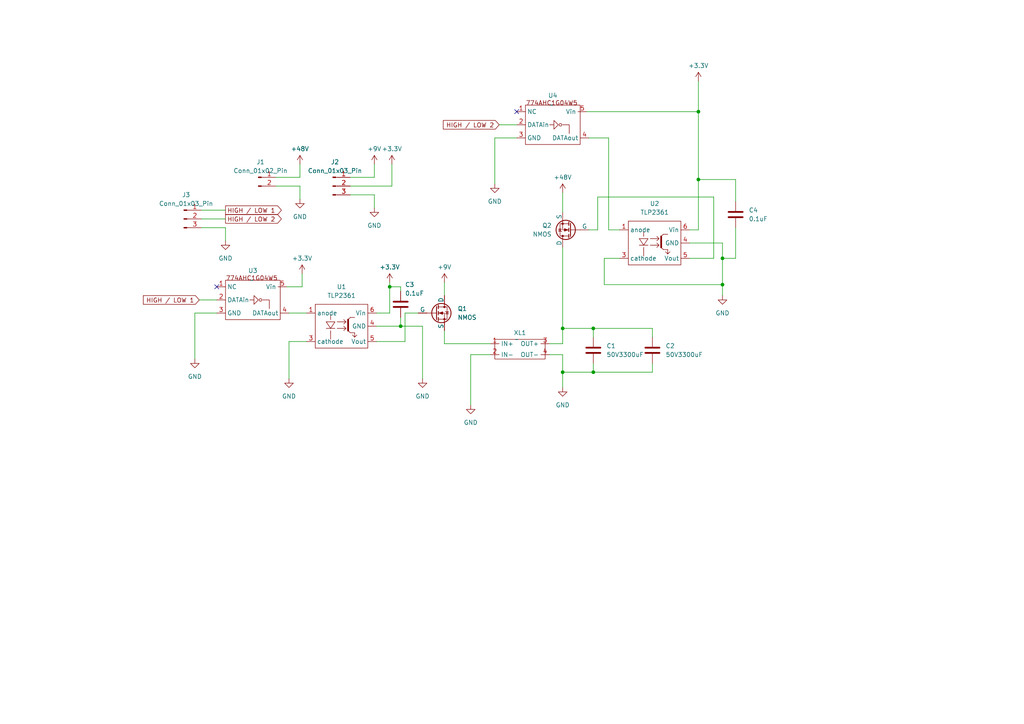
<source format=kicad_sch>
(kicad_sch (version 20230121) (generator eeschema)

  (uuid 6463934e-56e8-4f7d-bb5b-50171c16fde0)

  (paper "A4")

  (lib_symbols
    (symbol "74AHC1G04W5_1" (in_bom yes) (on_board yes)
      (property "Reference" "U" (at 0 1.905 0)
        (effects (font (size 1.27 1.27)))
      )
      (property "Value" "" (at 0 0 0)
        (effects (font (size 1.27 1.27)))
      )
      (property "Footprint" "" (at 0 0 0)
        (effects (font (size 1.27 1.27)) hide)
      )
      (property "Datasheet" "" (at 0 0 0)
        (effects (font (size 1.27 1.27)) hide)
      )
      (symbol "74AHC1G04W5_1_0_1"
        (rectangle (start -7.62 0) (end 8.255 -11.43)
          (stroke (width 0) (type default))
          (fill (type none))
        )
        (polyline
          (pts
            (xy 3.175 -5.715)
            (xy 5.08 -5.715)
            (xy 5.08 -8.255)
          )
          (stroke (width 0) (type default))
          (fill (type none))
        )
        (polyline
          (pts
            (xy -0.635 -5.715)
            (xy 0.635 -5.715)
            (xy 0.635 -4.445)
            (xy 1.905 -5.715)
            (xy 0.635 -6.985)
            (xy 0.635 -5.715)
          )
          (stroke (width 0) (type default))
          (fill (type none))
        )
        (circle (center 2.54 -5.715) (radius 0.381)
          (stroke (width 0) (type default))
          (fill (type none))
        )
      )
      (symbol "74AHC1G04W5_1_1_1"
        (text "774AHC1G04W5" (at 0 0.635 0)
          (effects (font (size 1.27 1.27)))
        )
        (pin passive line (at -10.16 -1.905 0) (length 2.54)
          (name "NC" (effects (font (size 1.27 1.27))))
          (number "1" (effects (font (size 1.27 1.27))))
        )
        (pin passive line (at -10.16 -5.715 0) (length 2.54)
          (name "DATAin" (effects (font (size 1.27 1.27))))
          (number "2" (effects (font (size 1.27 1.27))))
        )
        (pin passive line (at -10.16 -9.525 0) (length 2.54)
          (name "GND" (effects (font (size 1.27 1.27))))
          (number "3" (effects (font (size 1.27 1.27))))
        )
        (pin passive line (at 10.795 -9.525 180) (length 2.54)
          (name "DATAout" (effects (font (size 1.27 1.27))))
          (number "4" (effects (font (size 1.27 1.27))))
        )
        (pin passive line (at 10.16 -1.905 180) (length 2.54)
          (name "Vin" (effects (font (size 1.27 1.27))))
          (number "5" (effects (font (size 1.27 1.27))))
        )
      )
    )
    (symbol "Connector:Conn_01x02_Pin" (pin_names (offset 1.016) hide) (in_bom yes) (on_board yes)
      (property "Reference" "J" (at 0 2.54 0)
        (effects (font (size 1.27 1.27)))
      )
      (property "Value" "Conn_01x02_Pin" (at 0 -5.08 0)
        (effects (font (size 1.27 1.27)))
      )
      (property "Footprint" "" (at 0 0 0)
        (effects (font (size 1.27 1.27)) hide)
      )
      (property "Datasheet" "~" (at 0 0 0)
        (effects (font (size 1.27 1.27)) hide)
      )
      (property "ki_locked" "" (at 0 0 0)
        (effects (font (size 1.27 1.27)))
      )
      (property "ki_keywords" "connector" (at 0 0 0)
        (effects (font (size 1.27 1.27)) hide)
      )
      (property "ki_description" "Generic connector, single row, 01x02, script generated" (at 0 0 0)
        (effects (font (size 1.27 1.27)) hide)
      )
      (property "ki_fp_filters" "Connector*:*_1x??_*" (at 0 0 0)
        (effects (font (size 1.27 1.27)) hide)
      )
      (symbol "Conn_01x02_Pin_1_1"
        (polyline
          (pts
            (xy 1.27 -2.54)
            (xy 0.8636 -2.54)
          )
          (stroke (width 0.1524) (type default))
          (fill (type none))
        )
        (polyline
          (pts
            (xy 1.27 0)
            (xy 0.8636 0)
          )
          (stroke (width 0.1524) (type default))
          (fill (type none))
        )
        (rectangle (start 0.8636 -2.413) (end 0 -2.667)
          (stroke (width 0.1524) (type default))
          (fill (type outline))
        )
        (rectangle (start 0.8636 0.127) (end 0 -0.127)
          (stroke (width 0.1524) (type default))
          (fill (type outline))
        )
        (pin passive line (at 5.08 0 180) (length 3.81)
          (name "Pin_1" (effects (font (size 1.27 1.27))))
          (number "1" (effects (font (size 1.27 1.27))))
        )
        (pin passive line (at 5.08 -2.54 180) (length 3.81)
          (name "Pin_2" (effects (font (size 1.27 1.27))))
          (number "2" (effects (font (size 1.27 1.27))))
        )
      )
    )
    (symbol "Connector:Conn_01x03_Pin" (pin_names (offset 1.016) hide) (in_bom yes) (on_board yes)
      (property "Reference" "J" (at 0 5.08 0)
        (effects (font (size 1.27 1.27)))
      )
      (property "Value" "Conn_01x03_Pin" (at 0 -5.08 0)
        (effects (font (size 1.27 1.27)))
      )
      (property "Footprint" "" (at 0 0 0)
        (effects (font (size 1.27 1.27)) hide)
      )
      (property "Datasheet" "~" (at 0 0 0)
        (effects (font (size 1.27 1.27)) hide)
      )
      (property "ki_locked" "" (at 0 0 0)
        (effects (font (size 1.27 1.27)))
      )
      (property "ki_keywords" "connector" (at 0 0 0)
        (effects (font (size 1.27 1.27)) hide)
      )
      (property "ki_description" "Generic connector, single row, 01x03, script generated" (at 0 0 0)
        (effects (font (size 1.27 1.27)) hide)
      )
      (property "ki_fp_filters" "Connector*:*_1x??_*" (at 0 0 0)
        (effects (font (size 1.27 1.27)) hide)
      )
      (symbol "Conn_01x03_Pin_1_1"
        (polyline
          (pts
            (xy 1.27 -2.54)
            (xy 0.8636 -2.54)
          )
          (stroke (width 0.1524) (type default))
          (fill (type none))
        )
        (polyline
          (pts
            (xy 1.27 0)
            (xy 0.8636 0)
          )
          (stroke (width 0.1524) (type default))
          (fill (type none))
        )
        (polyline
          (pts
            (xy 1.27 2.54)
            (xy 0.8636 2.54)
          )
          (stroke (width 0.1524) (type default))
          (fill (type none))
        )
        (rectangle (start 0.8636 -2.413) (end 0 -2.667)
          (stroke (width 0.1524) (type default))
          (fill (type outline))
        )
        (rectangle (start 0.8636 0.127) (end 0 -0.127)
          (stroke (width 0.1524) (type default))
          (fill (type outline))
        )
        (rectangle (start 0.8636 2.667) (end 0 2.413)
          (stroke (width 0.1524) (type default))
          (fill (type outline))
        )
        (pin passive line (at 5.08 2.54 180) (length 3.81)
          (name "Pin_1" (effects (font (size 1.27 1.27))))
          (number "1" (effects (font (size 1.27 1.27))))
        )
        (pin passive line (at 5.08 0 180) (length 3.81)
          (name "Pin_2" (effects (font (size 1.27 1.27))))
          (number "2" (effects (font (size 1.27 1.27))))
        )
        (pin passive line (at 5.08 -2.54 180) (length 3.81)
          (name "Pin_3" (effects (font (size 1.27 1.27))))
          (number "3" (effects (font (size 1.27 1.27))))
        )
      )
    )
    (symbol "Device:C" (pin_numbers hide) (pin_names (offset 0.254)) (in_bom yes) (on_board yes)
      (property "Reference" "C" (at 0.635 2.54 0)
        (effects (font (size 1.27 1.27)) (justify left))
      )
      (property "Value" "C" (at 0.635 -2.54 0)
        (effects (font (size 1.27 1.27)) (justify left))
      )
      (property "Footprint" "" (at 0.9652 -3.81 0)
        (effects (font (size 1.27 1.27)) hide)
      )
      (property "Datasheet" "~" (at 0 0 0)
        (effects (font (size 1.27 1.27)) hide)
      )
      (property "ki_keywords" "cap capacitor" (at 0 0 0)
        (effects (font (size 1.27 1.27)) hide)
      )
      (property "ki_description" "Unpolarized capacitor" (at 0 0 0)
        (effects (font (size 1.27 1.27)) hide)
      )
      (property "ki_fp_filters" "C_*" (at 0 0 0)
        (effects (font (size 1.27 1.27)) hide)
      )
      (symbol "C_0_1"
        (polyline
          (pts
            (xy -2.032 -0.762)
            (xy 2.032 -0.762)
          )
          (stroke (width 0.508) (type default))
          (fill (type none))
        )
        (polyline
          (pts
            (xy -2.032 0.762)
            (xy 2.032 0.762)
          )
          (stroke (width 0.508) (type default))
          (fill (type none))
        )
      )
      (symbol "C_1_1"
        (pin passive line (at 0 3.81 270) (length 2.794)
          (name "~" (effects (font (size 1.27 1.27))))
          (number "1" (effects (font (size 1.27 1.27))))
        )
        (pin passive line (at 0 -3.81 90) (length 2.794)
          (name "~" (effects (font (size 1.27 1.27))))
          (number "2" (effects (font (size 1.27 1.27))))
        )
      )
    )
    (symbol "Simulation_SPICE:NMOS" (pin_numbers hide) (pin_names (offset 0)) (in_bom yes) (on_board yes)
      (property "Reference" "Q" (at 5.08 1.27 0)
        (effects (font (size 1.27 1.27)) (justify left))
      )
      (property "Value" "NMOS" (at 5.08 -1.27 0)
        (effects (font (size 1.27 1.27)) (justify left))
      )
      (property "Footprint" "" (at 5.08 2.54 0)
        (effects (font (size 1.27 1.27)) hide)
      )
      (property "Datasheet" "https://ngspice.sourceforge.io/docs/ngspice-manual.pdf" (at 0 -12.7 0)
        (effects (font (size 1.27 1.27)) hide)
      )
      (property "Sim.Device" "NMOS" (at 0 -17.145 0)
        (effects (font (size 1.27 1.27)) hide)
      )
      (property "Sim.Type" "VDMOS" (at 0 -19.05 0)
        (effects (font (size 1.27 1.27)) hide)
      )
      (property "Sim.Pins" "1=D 2=G 3=S" (at 0 -15.24 0)
        (effects (font (size 1.27 1.27)) hide)
      )
      (property "ki_keywords" "transistor NMOS N-MOS N-MOSFET simulation" (at 0 0 0)
        (effects (font (size 1.27 1.27)) hide)
      )
      (property "ki_description" "N-MOSFET transistor, drain/source/gate" (at 0 0 0)
        (effects (font (size 1.27 1.27)) hide)
      )
      (symbol "NMOS_0_1"
        (polyline
          (pts
            (xy 0.254 0)
            (xy -2.54 0)
          )
          (stroke (width 0) (type default))
          (fill (type none))
        )
        (polyline
          (pts
            (xy 0.254 1.905)
            (xy 0.254 -1.905)
          )
          (stroke (width 0.254) (type default))
          (fill (type none))
        )
        (polyline
          (pts
            (xy 0.762 -1.27)
            (xy 0.762 -2.286)
          )
          (stroke (width 0.254) (type default))
          (fill (type none))
        )
        (polyline
          (pts
            (xy 0.762 0.508)
            (xy 0.762 -0.508)
          )
          (stroke (width 0.254) (type default))
          (fill (type none))
        )
        (polyline
          (pts
            (xy 0.762 2.286)
            (xy 0.762 1.27)
          )
          (stroke (width 0.254) (type default))
          (fill (type none))
        )
        (polyline
          (pts
            (xy 2.54 2.54)
            (xy 2.54 1.778)
          )
          (stroke (width 0) (type default))
          (fill (type none))
        )
        (polyline
          (pts
            (xy 2.54 -2.54)
            (xy 2.54 0)
            (xy 0.762 0)
          )
          (stroke (width 0) (type default))
          (fill (type none))
        )
        (polyline
          (pts
            (xy 0.762 -1.778)
            (xy 3.302 -1.778)
            (xy 3.302 1.778)
            (xy 0.762 1.778)
          )
          (stroke (width 0) (type default))
          (fill (type none))
        )
        (polyline
          (pts
            (xy 1.016 0)
            (xy 2.032 0.381)
            (xy 2.032 -0.381)
            (xy 1.016 0)
          )
          (stroke (width 0) (type default))
          (fill (type outline))
        )
        (polyline
          (pts
            (xy 2.794 0.508)
            (xy 2.921 0.381)
            (xy 3.683 0.381)
            (xy 3.81 0.254)
          )
          (stroke (width 0) (type default))
          (fill (type none))
        )
        (polyline
          (pts
            (xy 3.302 0.381)
            (xy 2.921 -0.254)
            (xy 3.683 -0.254)
            (xy 3.302 0.381)
          )
          (stroke (width 0) (type default))
          (fill (type none))
        )
        (circle (center 1.651 0) (radius 2.794)
          (stroke (width 0.254) (type default))
          (fill (type none))
        )
        (circle (center 2.54 -1.778) (radius 0.254)
          (stroke (width 0) (type default))
          (fill (type outline))
        )
        (circle (center 2.54 1.778) (radius 0.254)
          (stroke (width 0) (type default))
          (fill (type outline))
        )
      )
      (symbol "NMOS_1_1"
        (pin passive line (at 2.54 5.08 270) (length 2.54)
          (name "D" (effects (font (size 1.27 1.27))))
          (number "1" (effects (font (size 1.27 1.27))))
        )
        (pin input line (at -5.08 0 0) (length 2.54)
          (name "G" (effects (font (size 1.27 1.27))))
          (number "2" (effects (font (size 1.27 1.27))))
        )
        (pin passive line (at 2.54 -5.08 90) (length 2.54)
          (name "S" (effects (font (size 1.27 1.27))))
          (number "3" (effects (font (size 1.27 1.27))))
        )
      )
    )
    (symbol "power:+3.3V" (power) (pin_names (offset 0)) (in_bom yes) (on_board yes)
      (property "Reference" "#PWR" (at 0 -3.81 0)
        (effects (font (size 1.27 1.27)) hide)
      )
      (property "Value" "+3.3V" (at 0 3.556 0)
        (effects (font (size 1.27 1.27)))
      )
      (property "Footprint" "" (at 0 0 0)
        (effects (font (size 1.27 1.27)) hide)
      )
      (property "Datasheet" "" (at 0 0 0)
        (effects (font (size 1.27 1.27)) hide)
      )
      (property "ki_keywords" "global power" (at 0 0 0)
        (effects (font (size 1.27 1.27)) hide)
      )
      (property "ki_description" "Power symbol creates a global label with name \"+3.3V\"" (at 0 0 0)
        (effects (font (size 1.27 1.27)) hide)
      )
      (symbol "+3.3V_0_1"
        (polyline
          (pts
            (xy -0.762 1.27)
            (xy 0 2.54)
          )
          (stroke (width 0) (type default))
          (fill (type none))
        )
        (polyline
          (pts
            (xy 0 0)
            (xy 0 2.54)
          )
          (stroke (width 0) (type default))
          (fill (type none))
        )
        (polyline
          (pts
            (xy 0 2.54)
            (xy 0.762 1.27)
          )
          (stroke (width 0) (type default))
          (fill (type none))
        )
      )
      (symbol "+3.3V_1_1"
        (pin power_in line (at 0 0 90) (length 0) hide
          (name "+3.3V" (effects (font (size 1.27 1.27))))
          (number "1" (effects (font (size 1.27 1.27))))
        )
      )
    )
    (symbol "power:+48V" (power) (pin_names (offset 0)) (in_bom yes) (on_board yes)
      (property "Reference" "#PWR" (at 0 -3.81 0)
        (effects (font (size 1.27 1.27)) hide)
      )
      (property "Value" "+48V" (at 0 3.556 0)
        (effects (font (size 1.27 1.27)))
      )
      (property "Footprint" "" (at 0 0 0)
        (effects (font (size 1.27 1.27)) hide)
      )
      (property "Datasheet" "" (at 0 0 0)
        (effects (font (size 1.27 1.27)) hide)
      )
      (property "ki_keywords" "global power" (at 0 0 0)
        (effects (font (size 1.27 1.27)) hide)
      )
      (property "ki_description" "Power symbol creates a global label with name \"+48V\"" (at 0 0 0)
        (effects (font (size 1.27 1.27)) hide)
      )
      (symbol "+48V_0_1"
        (polyline
          (pts
            (xy -0.762 1.27)
            (xy 0 2.54)
          )
          (stroke (width 0) (type default))
          (fill (type none))
        )
        (polyline
          (pts
            (xy 0 0)
            (xy 0 2.54)
          )
          (stroke (width 0) (type default))
          (fill (type none))
        )
        (polyline
          (pts
            (xy 0 2.54)
            (xy 0.762 1.27)
          )
          (stroke (width 0) (type default))
          (fill (type none))
        )
      )
      (symbol "+48V_1_1"
        (pin power_in line (at 0 0 90) (length 0) hide
          (name "+48V" (effects (font (size 1.27 1.27))))
          (number "1" (effects (font (size 1.27 1.27))))
        )
      )
    )
    (symbol "power:+9V" (power) (pin_names (offset 0)) (in_bom yes) (on_board yes)
      (property "Reference" "#PWR" (at 0 -3.81 0)
        (effects (font (size 1.27 1.27)) hide)
      )
      (property "Value" "+9V" (at 0 3.556 0)
        (effects (font (size 1.27 1.27)))
      )
      (property "Footprint" "" (at 0 0 0)
        (effects (font (size 1.27 1.27)) hide)
      )
      (property "Datasheet" "" (at 0 0 0)
        (effects (font (size 1.27 1.27)) hide)
      )
      (property "ki_keywords" "global power" (at 0 0 0)
        (effects (font (size 1.27 1.27)) hide)
      )
      (property "ki_description" "Power symbol creates a global label with name \"+9V\"" (at 0 0 0)
        (effects (font (size 1.27 1.27)) hide)
      )
      (symbol "+9V_0_1"
        (polyline
          (pts
            (xy -0.762 1.27)
            (xy 0 2.54)
          )
          (stroke (width 0) (type default))
          (fill (type none))
        )
        (polyline
          (pts
            (xy 0 0)
            (xy 0 2.54)
          )
          (stroke (width 0) (type default))
          (fill (type none))
        )
        (polyline
          (pts
            (xy 0 2.54)
            (xy 0.762 1.27)
          )
          (stroke (width 0) (type default))
          (fill (type none))
        )
      )
      (symbol "+9V_1_1"
        (pin power_in line (at 0 0 90) (length 0) hide
          (name "+9V" (effects (font (size 1.27 1.27))))
          (number "1" (effects (font (size 1.27 1.27))))
        )
      )
    )
    (symbol "power:GND" (power) (pin_names (offset 0)) (in_bom yes) (on_board yes)
      (property "Reference" "#PWR" (at 0 -6.35 0)
        (effects (font (size 1.27 1.27)) hide)
      )
      (property "Value" "GND" (at 0 -3.81 0)
        (effects (font (size 1.27 1.27)))
      )
      (property "Footprint" "" (at 0 0 0)
        (effects (font (size 1.27 1.27)) hide)
      )
      (property "Datasheet" "" (at 0 0 0)
        (effects (font (size 1.27 1.27)) hide)
      )
      (property "ki_keywords" "global power" (at 0 0 0)
        (effects (font (size 1.27 1.27)) hide)
      )
      (property "ki_description" "Power symbol creates a global label with name \"GND\" , ground" (at 0 0 0)
        (effects (font (size 1.27 1.27)) hide)
      )
      (symbol "GND_0_1"
        (polyline
          (pts
            (xy 0 0)
            (xy 0 -1.27)
            (xy 1.27 -1.27)
            (xy 0 -2.54)
            (xy -1.27 -1.27)
            (xy 0 -1.27)
          )
          (stroke (width 0) (type default))
          (fill (type none))
        )
      )
      (symbol "GND_1_1"
        (pin power_in line (at 0 0 270) (length 0) hide
          (name "GND" (effects (font (size 1.27 1.27))))
          (number "1" (effects (font (size 1.27 1.27))))
        )
      )
    )
    (symbol "sunpare2023:74AHC1G04W5" (in_bom yes) (on_board yes)
      (property "Reference" "U" (at 0 1.905 0)
        (effects (font (size 1.27 1.27)))
      )
      (property "Value" "" (at 0 0 0)
        (effects (font (size 1.27 1.27)))
      )
      (property "Footprint" "" (at 0 0 0)
        (effects (font (size 1.27 1.27)) hide)
      )
      (property "Datasheet" "" (at 0 0 0)
        (effects (font (size 1.27 1.27)) hide)
      )
      (symbol "74AHC1G04W5_0_1"
        (rectangle (start -7.62 0) (end 8.255 -11.43)
          (stroke (width 0) (type default))
          (fill (type none))
        )
        (polyline
          (pts
            (xy 3.175 -5.715)
            (xy 5.08 -5.715)
            (xy 5.08 -8.255)
          )
          (stroke (width 0) (type default))
          (fill (type none))
        )
        (polyline
          (pts
            (xy -0.635 -5.715)
            (xy 0.635 -5.715)
            (xy 0.635 -4.445)
            (xy 1.905 -5.715)
            (xy 0.635 -6.985)
            (xy 0.635 -5.715)
          )
          (stroke (width 0) (type default))
          (fill (type none))
        )
        (circle (center 2.54 -5.715) (radius 0.381)
          (stroke (width 0) (type default))
          (fill (type none))
        )
      )
      (symbol "74AHC1G04W5_1_1"
        (text "774AHC1G04W5" (at 0 0.635 0)
          (effects (font (size 1.27 1.27)))
        )
        (pin passive line (at -10.16 -1.905 0) (length 2.54)
          (name "NC" (effects (font (size 1.27 1.27))))
          (number "1" (effects (font (size 1.27 1.27))))
        )
        (pin passive line (at -10.16 -5.715 0) (length 2.54)
          (name "DATAin" (effects (font (size 1.27 1.27))))
          (number "2" (effects (font (size 1.27 1.27))))
        )
        (pin passive line (at -10.16 -9.525 0) (length 2.54)
          (name "GND" (effects (font (size 1.27 1.27))))
          (number "3" (effects (font (size 1.27 1.27))))
        )
        (pin passive line (at 10.795 -9.525 180) (length 2.54)
          (name "DATAout" (effects (font (size 1.27 1.27))))
          (number "4" (effects (font (size 1.27 1.27))))
        )
        (pin passive line (at 10.16 -1.905 180) (length 2.54)
          (name "Vin" (effects (font (size 1.27 1.27))))
          (number "5" (effects (font (size 1.27 1.27))))
        )
      )
    )
    (symbol "sunpare2023:TLP2361" (in_bom yes) (on_board yes)
      (property "Reference" "U" (at 0 3.175 0)
        (effects (font (size 1.27 1.27)))
      )
      (property "Value" "TLP2361" (at 0 3.175 0)
        (effects (font (size 1.27 1.27)))
      )
      (property "Footprint" "" (at 0 3.175 0)
        (effects (font (size 1.27 1.27)) hide)
      )
      (property "Datasheet" "" (at 0 3.175 0)
        (effects (font (size 1.27 1.27)) hide)
      )
      (symbol "TLP2361_0_1"
        (polyline
          (pts
            (xy -4.445 -5.715)
            (xy -1.905 -5.715)
          )
          (stroke (width 0) (type default))
          (fill (type none))
        )
        (polyline
          (pts
            (xy -3.175 -8.89)
            (xy -3.175 -6.985)
          )
          (stroke (width 0) (type default))
          (fill (type none))
        )
        (polyline
          (pts
            (xy 1.905 -6.35)
            (xy 2.54 -6.985)
          )
          (stroke (width 0) (type default))
          (fill (type none))
        )
        (polyline
          (pts
            (xy 1.905 -3.175)
            (xy 2.54 -2.54)
          )
          (stroke (width 0) (type default))
          (fill (type none))
        )
        (polyline
          (pts
            (xy 2.54 -6.985)
            (xy 3.81 -6.985)
          )
          (stroke (width 0) (type default))
          (fill (type none))
        )
        (polyline
          (pts
            (xy 3.81 -8.255)
            (xy 3.175 -7.62)
          )
          (stroke (width 0) (type default))
          (fill (type none))
        )
        (polyline
          (pts
            (xy 3.81 -8.255)
            (xy 4.445 -7.62)
          )
          (stroke (width 0) (type default))
          (fill (type none))
        )
        (polyline
          (pts
            (xy 3.81 -6.985)
            (xy 3.81 -8.255)
          )
          (stroke (width 0) (type default))
          (fill (type none))
        )
        (polyline
          (pts
            (xy 3.81 -2.54)
            (xy 2.54 -2.54)
          )
          (stroke (width 0) (type default))
          (fill (type none))
        )
        (polyline
          (pts
            (xy -4.445 -3.81)
            (xy -1.905 -3.81)
            (xy -3.175 -5.715)
            (xy -4.445 -3.81)
          )
          (stroke (width 0) (type default))
          (fill (type none))
        )
      )
      (symbol "TLP2361_1_1"
        (rectangle (start -7.62 1.27) (end 7.62 -11.43)
          (stroke (width 0) (type default))
          (fill (type none))
        )
        (polyline
          (pts
            (xy -3.175 -6.985)
            (xy -3.175 -6.35)
          )
          (stroke (width 0) (type default))
          (fill (type none))
        )
        (polyline
          (pts
            (xy -3.175 -1.905)
            (xy -3.175 -3.175)
          )
          (stroke (width 0) (type default))
          (fill (type none))
        )
        (polyline
          (pts
            (xy 1.27 -5.715)
            (xy 0.635 -5.08)
          )
          (stroke (width 0) (type default))
          (fill (type none))
        )
        (polyline
          (pts
            (xy 1.27 -3.81)
            (xy 0.635 -3.175)
          )
          (stroke (width 0) (type default))
          (fill (type none))
        )
        (polyline
          (pts
            (xy 1.905 -3.175)
            (xy 1.905 -6.35)
          )
          (stroke (width 0.5) (type default))
          (fill (type none))
        )
        (polyline
          (pts
            (xy -1.27 -5.715)
            (xy 1.27 -5.715)
            (xy 0.635 -6.35)
          )
          (stroke (width 0) (type default))
          (fill (type none))
        )
        (polyline
          (pts
            (xy -1.27 -3.81)
            (xy 1.27 -3.81)
            (xy 0.635 -4.445)
          )
          (stroke (width 0) (type default))
          (fill (type none))
        )
        (pin passive line (at -10.16 -1.27 0) (length 2.54)
          (name "anode" (effects (font (size 1.27 1.27))))
          (number "1" (effects (font (size 1.27 1.27))))
        )
        (pin passive line (at -10.16 -9.525 0) (length 2.54)
          (name "cathode" (effects (font (size 1.27 1.27))))
          (number "3" (effects (font (size 1.27 1.27))))
        )
        (pin passive line (at 10.16 -5.08 180) (length 2.54)
          (name "GND" (effects (font (size 1.27 1.27))))
          (number "4" (effects (font (size 1.27 1.27))))
        )
        (pin passive line (at 10.16 -9.525 180) (length 2.54)
          (name "Vout" (effects (font (size 1.27 1.27))))
          (number "5" (effects (font (size 1.27 1.27))))
        )
        (pin passive line (at 10.16 -1.27 180) (length 2.54)
          (name "Vin" (effects (font (size 1.27 1.27))))
          (number "6" (effects (font (size 1.27 1.27))))
        )
      )
    )
    (symbol "sunpare2023:XL6009" (in_bom yes) (on_board yes)
      (property "Reference" "XL6009" (at 0 1.27 0)
        (effects (font (size 1.27 1.27)))
      )
      (property "Value" "" (at -0.635 0 0)
        (effects (font (size 1.27 1.27)))
      )
      (property "Footprint" "" (at -0.635 0 0)
        (effects (font (size 1.27 1.27)) hide)
      )
      (property "Datasheet" "" (at -0.635 0 0)
        (effects (font (size 1.27 1.27)) hide)
      )
      (symbol "XL6009_0_1"
        (rectangle (start -6.985 0) (end 7.62 -5.715)
          (stroke (width 0) (type default))
          (fill (type none))
        )
      )
      (symbol "XL6009_1_1"
        (pin passive line (at -8.255 -1.27 0) (length 2.54)
          (name "IN+" (effects (font (size 1.27 1.27))))
          (number "1" (effects (font (size 1.27 1.27))))
        )
        (pin passive line (at -8.255 -4.445 0) (length 2.54)
          (name "IN-" (effects (font (size 1.27 1.27))))
          (number "2" (effects (font (size 1.27 1.27))))
        )
        (pin passive line (at 8.89 -1.27 180) (length 2.54)
          (name "OUT+" (effects (font (size 1.27 1.27))))
          (number "3" (effects (font (size 1.27 1.27))))
        )
        (pin passive line (at 8.89 -4.445 180) (length 2.54)
          (name "OUT-" (effects (font (size 1.27 1.27))))
          (number "4" (effects (font (size 1.27 1.27))))
        )
      )
    )
  )

  (junction (at 163.195 107.95) (diameter 0) (color 0 0 0 0)
    (uuid 04e11cb9-f9f7-4e93-abd0-a742cb0a866c)
  )
  (junction (at 172.085 107.95) (diameter 0) (color 0 0 0 0)
    (uuid 22cdf30f-045f-466e-96bf-a3a2cfd6a6b9)
  )
  (junction (at 116.205 94.615) (diameter 0) (color 0 0 0 0)
    (uuid 4d561e3e-b060-4028-8327-27a0431769e0)
  )
  (junction (at 172.085 95.25) (diameter 0) (color 0 0 0 0)
    (uuid 560fb305-f3ab-4817-bbf8-7acc7855e2bd)
  )
  (junction (at 209.55 82.55) (diameter 0) (color 0 0 0 0)
    (uuid 778d3872-6670-47c5-9690-0a802f11fb73)
  )
  (junction (at 209.55 74.93) (diameter 0) (color 0 0 0 0)
    (uuid c13c84f3-5a5a-4fa4-8a9c-d3206cef04dc)
  )
  (junction (at 113.03 83.185) (diameter 0) (color 0 0 0 0)
    (uuid c60339e8-0b07-448e-8914-6f5a863b7760)
  )
  (junction (at 202.565 32.385) (diameter 0) (color 0 0 0 0)
    (uuid cc0e5898-41c6-4a84-995c-3ac4078ff3c6)
  )
  (junction (at 202.565 52.07) (diameter 0) (color 0 0 0 0)
    (uuid f7f912cf-e8a5-4b70-ad1c-c8baac287b24)
  )
  (junction (at 163.195 95.25) (diameter 0) (color 0 0 0 0)
    (uuid fe78d187-cd34-4b1c-bf62-bc63430dc94f)
  )

  (no_connect (at 149.86 32.385) (uuid 173f9447-43ef-469b-8438-195f54339ed8))
  (no_connect (at 62.865 83.185) (uuid 21004669-32a8-45ba-ac71-8090e66a0086))

  (wire (pts (xy 136.525 102.87) (xy 136.525 117.475))
    (stroke (width 0) (type default))
    (uuid 02445499-4951-4c3a-ab08-ac5e3c01b035)
  )
  (wire (pts (xy 58.42 66.04) (xy 65.405 66.04))
    (stroke (width 0) (type default))
    (uuid 0e40e3ea-2569-435d-a81f-eea78b1f90be)
  )
  (wire (pts (xy 101.6 56.515) (xy 108.585 56.515))
    (stroke (width 0) (type default))
    (uuid 0e533c0d-2c31-40af-b6af-0e90b44a29f2)
  )
  (wire (pts (xy 202.565 32.385) (xy 202.565 52.07))
    (stroke (width 0) (type default))
    (uuid 14b351d5-86fc-4acb-9a03-8b1dec06ca9d)
  )
  (wire (pts (xy 170.815 40.005) (xy 176.53 40.005))
    (stroke (width 0) (type default))
    (uuid 1626e598-f392-4dfb-81a0-550610485e19)
  )
  (wire (pts (xy 143.51 40.005) (xy 143.51 53.34))
    (stroke (width 0) (type default))
    (uuid 16dc48f5-0b5c-4232-bff5-a710d433840d)
  )
  (wire (pts (xy 56.515 90.805) (xy 56.515 104.14))
    (stroke (width 0) (type default))
    (uuid 183dc4d0-add4-4635-8875-5d306e797259)
  )
  (wire (pts (xy 87.63 79.375) (xy 87.63 83.185))
    (stroke (width 0) (type default))
    (uuid 207282f1-8eab-4a6f-a181-9819669c2873)
  )
  (wire (pts (xy 163.195 71.755) (xy 163.195 95.25))
    (stroke (width 0) (type default))
    (uuid 25a21f72-cd5c-4b16-836b-38f112da1a4d)
  )
  (wire (pts (xy 189.23 97.79) (xy 189.23 95.25))
    (stroke (width 0) (type default))
    (uuid 2aea3fe1-7f96-465e-9ddd-4c576ee5a2e4)
  )
  (wire (pts (xy 163.195 102.87) (xy 163.195 107.95))
    (stroke (width 0) (type default))
    (uuid 2d67c431-1b8e-4ac7-9c78-bf139fbbff29)
  )
  (wire (pts (xy 128.905 95.885) (xy 128.905 99.695))
    (stroke (width 0) (type default))
    (uuid 2db1490b-8d24-4167-96e4-efa5bb7cca11)
  )
  (wire (pts (xy 116.205 83.185) (xy 113.03 83.185))
    (stroke (width 0) (type default))
    (uuid 3397b1c8-6396-4a50-bf4c-59f33f776525)
  )
  (wire (pts (xy 172.085 95.25) (xy 163.195 95.25))
    (stroke (width 0) (type default))
    (uuid 3652ecd2-bc96-491d-8737-c816f4ab2d50)
  )
  (wire (pts (xy 202.565 23.495) (xy 202.565 32.385))
    (stroke (width 0) (type default))
    (uuid 371fda9e-7627-4da4-b810-17da88513bc6)
  )
  (wire (pts (xy 109.22 94.615) (xy 116.205 94.615))
    (stroke (width 0) (type default))
    (uuid 3c0826d1-e89e-4cc6-9131-7ac9a9c6c14f)
  )
  (wire (pts (xy 173.355 57.15) (xy 207.01 57.15))
    (stroke (width 0) (type default))
    (uuid 3ea3e178-2855-4184-80a5-07cf9e9e6d1b)
  )
  (wire (pts (xy 175.26 74.93) (xy 175.26 82.55))
    (stroke (width 0) (type default))
    (uuid 3f38c6de-4763-4895-8752-f9623dcd5462)
  )
  (wire (pts (xy 57.785 86.995) (xy 62.865 86.995))
    (stroke (width 0) (type default))
    (uuid 458fa9f6-ca91-4704-9564-40a0ca368f8f)
  )
  (wire (pts (xy 113.03 81.915) (xy 113.03 83.185))
    (stroke (width 0) (type default))
    (uuid 46b2b0c6-553a-42d1-a02b-d56c93674c36)
  )
  (wire (pts (xy 143.51 40.005) (xy 149.86 40.005))
    (stroke (width 0) (type default))
    (uuid 4f5d46b2-0ed0-4010-a737-11bfbd44f007)
  )
  (wire (pts (xy 149.86 36.195) (xy 144.78 36.195))
    (stroke (width 0) (type default))
    (uuid 521497ad-f405-4ea5-8820-27d7d2c8e68f)
  )
  (wire (pts (xy 128.905 85.725) (xy 128.905 81.915))
    (stroke (width 0) (type default))
    (uuid 54bf0b27-6d04-481a-9c40-78c9f62a7e6e)
  )
  (wire (pts (xy 213.36 58.42) (xy 213.36 52.07))
    (stroke (width 0) (type default))
    (uuid 55bf5ced-0928-4c88-b690-080c63119c65)
  )
  (wire (pts (xy 108.585 60.325) (xy 108.585 56.515))
    (stroke (width 0) (type default))
    (uuid 57f3ef10-a061-408e-a8c7-ec6fb9f76974)
  )
  (wire (pts (xy 80.01 53.975) (xy 86.995 53.975))
    (stroke (width 0) (type default))
    (uuid 59e50c5a-9e60-4dba-874e-1850eefe7824)
  )
  (wire (pts (xy 200.025 70.485) (xy 209.55 70.485))
    (stroke (width 0) (type default))
    (uuid 5af33b5d-7bf0-4e37-a639-db52125a45f3)
  )
  (wire (pts (xy 189.23 107.95) (xy 189.23 105.41))
    (stroke (width 0) (type default))
    (uuid 5b6e3b40-3b30-45da-a50e-57988f5a1c1b)
  )
  (wire (pts (xy 116.205 94.615) (xy 122.555 94.615))
    (stroke (width 0) (type default))
    (uuid 5bfd9e98-efd4-4daa-97c3-cf23dafb4c6d)
  )
  (wire (pts (xy 163.195 107.95) (xy 163.195 112.395))
    (stroke (width 0) (type default))
    (uuid 5c558bdc-72f6-44cc-8d4b-d68c29f27772)
  )
  (wire (pts (xy 213.36 52.07) (xy 202.565 52.07))
    (stroke (width 0) (type default))
    (uuid 62df72b0-6b0f-4cb1-bc08-0f5ef0310869)
  )
  (wire (pts (xy 128.905 99.695) (xy 142.24 99.695))
    (stroke (width 0) (type default))
    (uuid 639698f3-9e19-4cd2-8bf1-93767b5bf5b3)
  )
  (wire (pts (xy 213.36 74.93) (xy 209.55 74.93))
    (stroke (width 0) (type default))
    (uuid 6561f2f2-4e9f-4871-adce-f135c54c9a48)
  )
  (wire (pts (xy 202.565 52.07) (xy 202.565 66.675))
    (stroke (width 0) (type default))
    (uuid 6a7f8c22-7731-421f-9ccd-bd33100f4344)
  )
  (wire (pts (xy 170.18 32.385) (xy 202.565 32.385))
    (stroke (width 0) (type default))
    (uuid 6b8f446b-4e36-43de-873e-0f60a03e6a16)
  )
  (wire (pts (xy 209.55 74.93) (xy 209.55 82.55))
    (stroke (width 0) (type default))
    (uuid 76e6ff45-91f4-4814-a1d3-42770cc883e6)
  )
  (wire (pts (xy 113.665 47.625) (xy 113.665 53.975))
    (stroke (width 0) (type default))
    (uuid 77a124e1-1b26-4dcf-9294-3060f5ec4de1)
  )
  (wire (pts (xy 209.55 82.55) (xy 209.55 85.725))
    (stroke (width 0) (type default))
    (uuid 7b2c2ecf-4d79-44c4-bd1c-28b165d9a6d4)
  )
  (wire (pts (xy 173.355 57.15) (xy 173.355 66.675))
    (stroke (width 0) (type default))
    (uuid 7ea04764-3afd-4bde-874f-c32a1f2e8c9d)
  )
  (wire (pts (xy 207.01 57.15) (xy 207.01 74.93))
    (stroke (width 0) (type default))
    (uuid 84816ad4-1c66-47bc-b569-7ef39907dcc5)
  )
  (wire (pts (xy 121.285 90.805) (xy 117.475 90.805))
    (stroke (width 0) (type default))
    (uuid 8659d0de-138b-4073-8ed0-fd2671676519)
  )
  (wire (pts (xy 142.24 102.87) (xy 136.525 102.87))
    (stroke (width 0) (type default))
    (uuid 86a523c8-2cdb-4af0-9198-01dafd96cefb)
  )
  (wire (pts (xy 159.385 102.87) (xy 163.195 102.87))
    (stroke (width 0) (type default))
    (uuid 86b7f236-be37-4036-803c-ef7f3c7a88c6)
  )
  (wire (pts (xy 58.42 60.96) (xy 65.405 60.96))
    (stroke (width 0) (type default))
    (uuid 8bdc13d9-2cec-44b5-aa73-0a0077ea5890)
  )
  (wire (pts (xy 179.705 74.93) (xy 175.26 74.93))
    (stroke (width 0) (type default))
    (uuid 8c80598d-79ab-462b-a30d-75a3178de08a)
  )
  (wire (pts (xy 116.205 84.455) (xy 116.205 83.185))
    (stroke (width 0) (type default))
    (uuid 9ac274ea-e1ce-4e83-a360-bf4b60c05a64)
  )
  (wire (pts (xy 209.55 70.485) (xy 209.55 74.93))
    (stroke (width 0) (type default))
    (uuid 9b13e04d-4350-45eb-8033-e6878b2f290b)
  )
  (wire (pts (xy 117.475 90.805) (xy 117.475 99.06))
    (stroke (width 0) (type default))
    (uuid 9b246034-435c-48ea-a07d-c9196451efac)
  )
  (wire (pts (xy 172.085 107.95) (xy 163.195 107.95))
    (stroke (width 0) (type default))
    (uuid 9db7b3f1-195a-43b6-851a-111071dca11e)
  )
  (wire (pts (xy 65.405 69.85) (xy 65.405 66.04))
    (stroke (width 0) (type default))
    (uuid a05699cb-6bbb-44c6-9b86-6735428561e0)
  )
  (wire (pts (xy 109.22 90.805) (xy 113.03 90.805))
    (stroke (width 0) (type default))
    (uuid a0609296-ce82-4905-9a56-8c41375863aa)
  )
  (wire (pts (xy 117.475 99.06) (xy 109.22 99.06))
    (stroke (width 0) (type default))
    (uuid a170b809-900c-4537-adc0-aec29360a231)
  )
  (wire (pts (xy 58.42 63.5) (xy 65.405 63.5))
    (stroke (width 0) (type default))
    (uuid a2c776b7-e8fd-4305-beb7-029efe3b4682)
  )
  (wire (pts (xy 207.01 74.93) (xy 200.025 74.93))
    (stroke (width 0) (type default))
    (uuid a4f90b39-c7f1-4937-a0f3-769907b35da0)
  )
  (wire (pts (xy 86.995 51.435) (xy 86.995 47.625))
    (stroke (width 0) (type default))
    (uuid a61463f8-f848-4484-941a-3be9be88143f)
  )
  (wire (pts (xy 101.6 51.435) (xy 108.585 51.435))
    (stroke (width 0) (type default))
    (uuid a933b4b8-6664-44f1-a8cc-3e5df67bfe39)
  )
  (wire (pts (xy 172.085 97.79) (xy 172.085 95.25))
    (stroke (width 0) (type default))
    (uuid b3e024b8-3177-4354-9c1d-121a08adb00c)
  )
  (wire (pts (xy 80.01 51.435) (xy 86.995 51.435))
    (stroke (width 0) (type default))
    (uuid b4ac12d0-1810-4ed0-bf70-3ec91753be4f)
  )
  (wire (pts (xy 108.585 51.435) (xy 108.585 47.625))
    (stroke (width 0) (type default))
    (uuid b66b2c59-c1f2-475e-a83c-962fee972cdb)
  )
  (wire (pts (xy 101.6 53.975) (xy 113.665 53.975))
    (stroke (width 0) (type default))
    (uuid b6c3fa6b-9c64-43de-9433-36e39bdae3fa)
  )
  (wire (pts (xy 88.9 99.06) (xy 83.82 99.06))
    (stroke (width 0) (type default))
    (uuid bb29c466-44c5-44e4-9e66-a1120089fba9)
  )
  (wire (pts (xy 122.555 94.615) (xy 122.555 109.855))
    (stroke (width 0) (type default))
    (uuid c57b997e-a210-4363-b480-ab01e2943952)
  )
  (wire (pts (xy 83.82 90.805) (xy 88.9 90.805))
    (stroke (width 0) (type default))
    (uuid c67589aa-8639-43e4-b323-157012516a93)
  )
  (wire (pts (xy 172.085 107.95) (xy 189.23 107.95))
    (stroke (width 0) (type default))
    (uuid c9a313d8-a804-4cb0-b842-52b748634e8b)
  )
  (wire (pts (xy 86.995 57.785) (xy 86.995 53.975))
    (stroke (width 0) (type default))
    (uuid cc1b0670-406d-457b-9b05-ad7f2547beb7)
  )
  (wire (pts (xy 173.355 66.675) (xy 170.815 66.675))
    (stroke (width 0) (type default))
    (uuid cc59494e-30d2-463f-8fc5-ed78510a038d)
  )
  (wire (pts (xy 200.025 66.675) (xy 202.565 66.675))
    (stroke (width 0) (type default))
    (uuid d1360446-8f40-4a87-8efa-e492f72460ac)
  )
  (wire (pts (xy 113.03 83.185) (xy 113.03 90.805))
    (stroke (width 0) (type default))
    (uuid d20ce149-ef6a-47bb-a829-cbfcab7eef0a)
  )
  (wire (pts (xy 116.205 92.075) (xy 116.205 94.615))
    (stroke (width 0) (type default))
    (uuid d627b107-3af1-40f5-84cc-d60a91cc5f5e)
  )
  (wire (pts (xy 87.63 83.185) (xy 83.185 83.185))
    (stroke (width 0) (type default))
    (uuid d81af8f1-437e-49f4-89b3-a43493f62de3)
  )
  (wire (pts (xy 175.26 82.55) (xy 209.55 82.55))
    (stroke (width 0) (type default))
    (uuid d914c06b-be47-49bd-a553-8566c88a7dfd)
  )
  (wire (pts (xy 172.085 95.25) (xy 189.23 95.25))
    (stroke (width 0) (type default))
    (uuid d99a46ca-7b37-4a08-8fae-c72a24baa8e9)
  )
  (wire (pts (xy 83.82 99.06) (xy 83.82 109.855))
    (stroke (width 0) (type default))
    (uuid db9ca74e-4026-4c6d-8ede-8b23501e515d)
  )
  (wire (pts (xy 163.195 55.88) (xy 163.195 61.595))
    (stroke (width 0) (type default))
    (uuid dccebcf6-17d1-4618-94c6-70715e5b2423)
  )
  (wire (pts (xy 176.53 66.675) (xy 179.705 66.675))
    (stroke (width 0) (type default))
    (uuid e4863a53-90e9-4bfb-bf90-faee42096e2e)
  )
  (wire (pts (xy 163.195 95.25) (xy 163.195 99.695))
    (stroke (width 0) (type default))
    (uuid e74f8f1f-eaac-4fbb-828c-ec7aae701014)
  )
  (wire (pts (xy 159.385 99.695) (xy 163.195 99.695))
    (stroke (width 0) (type default))
    (uuid e9d7eae5-9f90-49bc-b8ac-0fdc9617dc7d)
  )
  (wire (pts (xy 56.515 90.805) (xy 62.865 90.805))
    (stroke (width 0) (type default))
    (uuid eab5f8d9-6cf2-4d99-af48-61fe6ec19afa)
  )
  (wire (pts (xy 176.53 40.005) (xy 176.53 66.675))
    (stroke (width 0) (type default))
    (uuid f09fd52f-9d07-4e2e-80b7-379784699f84)
  )
  (wire (pts (xy 172.085 107.95) (xy 172.085 105.41))
    (stroke (width 0) (type default))
    (uuid fa1bffaa-10bc-490f-83ff-9280eab8d019)
  )
  (wire (pts (xy 213.36 66.04) (xy 213.36 74.93))
    (stroke (width 0) (type default))
    (uuid ff026f28-20a4-47e1-8a6b-6bc860128337)
  )

  (global_label "HIGH {slash} LOW 2" (shape input) (at 144.78 36.195 180) (fields_autoplaced)
    (effects (font (size 1.27 1.27)) (justify right))
    (uuid 012ffca5-6552-40bb-bf9c-a8202912a759)
    (property "Intersheetrefs" "${INTERSHEET_REFS}" (at 130.5626 36.195 0)
      (effects (font (size 1.27 1.27)) (justify right) hide)
    )
  )
  (global_label "HIGH {slash} LOW 1" (shape input) (at 57.785 86.995 180) (fields_autoplaced)
    (effects (font (size 1.27 1.27)) (justify right))
    (uuid 6cbda4b2-8d03-4d68-8865-e165c6bf219c)
    (property "Intersheetrefs" "${INTERSHEET_REFS}" (at 43.5676 86.995 0)
      (effects (font (size 1.27 1.27)) (justify right) hide)
    )
  )
  (global_label "HIGH {slash} LOW 2" (shape output) (at 65.405 63.5 0) (fields_autoplaced)
    (effects (font (size 1.27 1.27)) (justify left))
    (uuid 7e51ecfc-af32-41a9-b660-4d578cc88a47)
    (property "Intersheetrefs" "${INTERSHEET_REFS}" (at 79.6224 63.5 0)
      (effects (font (size 1.27 1.27)) (justify left) hide)
    )
  )
  (global_label "HIGH {slash} LOW 1" (shape output) (at 65.405 60.96 0) (fields_autoplaced)
    (effects (font (size 1.27 1.27)) (justify left))
    (uuid 841a1116-8a52-4d81-a71b-8ef839a6422d)
    (property "Intersheetrefs" "${INTERSHEET_REFS}" (at 79.6224 60.96 0)
      (effects (font (size 1.27 1.27)) (justify left) hide)
    )
  )

  (symbol (lib_id "power:+3.3V") (at 113.03 81.915 0) (unit 1)
    (in_bom yes) (on_board yes) (dnp no) (fields_autoplaced)
    (uuid 0f408b8b-d5d0-4160-9a4e-68a8111a15b6)
    (property "Reference" "#PWR09" (at 113.03 85.725 0)
      (effects (font (size 1.27 1.27)) hide)
    )
    (property "Value" "+3.3V" (at 113.03 77.47 0)
      (effects (font (size 1.27 1.27)))
    )
    (property "Footprint" "" (at 113.03 81.915 0)
      (effects (font (size 1.27 1.27)) hide)
    )
    (property "Datasheet" "" (at 113.03 81.915 0)
      (effects (font (size 1.27 1.27)) hide)
    )
    (pin "1" (uuid 4f34af7a-52b8-4f61-92d8-57ce9d89cce2))
    (instances
      (project "Boost-unit"
        (path "/6463934e-56e8-4f7d-bb5b-50171c16fde0"
          (reference "#PWR09") (unit 1)
        )
      )
    )
  )

  (symbol (lib_id "Connector:Conn_01x03_Pin") (at 53.34 63.5 0) (unit 1)
    (in_bom yes) (on_board yes) (dnp no) (fields_autoplaced)
    (uuid 12942075-41a9-4e04-9a16-9fe453990c0d)
    (property "Reference" "J3" (at 53.975 56.515 0)
      (effects (font (size 1.27 1.27)))
    )
    (property "Value" "Conn_01x03_Pin" (at 53.975 59.055 0)
      (effects (font (size 1.27 1.27)))
    )
    (property "Footprint" "Connector_JST:JST_XH_B3B-XH-A_1x03_P2.50mm_Vertical" (at 53.34 63.5 0)
      (effects (font (size 1.27 1.27)) hide)
    )
    (property "Datasheet" "~" (at 53.34 63.5 0)
      (effects (font (size 1.27 1.27)) hide)
    )
    (pin "1" (uuid 5f050ad2-85cd-410d-b363-4078a92db4f1))
    (pin "2" (uuid 1d349993-b025-4d1f-83ae-c43fed3e19e6))
    (pin "3" (uuid ae5de784-93c8-4cdb-8eae-9e261269c3f8))
    (instances
      (project "Boost-unit"
        (path "/6463934e-56e8-4f7d-bb5b-50171c16fde0"
          (reference "J3") (unit 1)
        )
      )
    )
  )

  (symbol (lib_id "power:+48V") (at 163.195 55.88 0) (unit 1)
    (in_bom yes) (on_board yes) (dnp no) (fields_autoplaced)
    (uuid 21cdf887-7e88-439b-89c4-cf9670f5d01d)
    (property "Reference" "#PWR03" (at 163.195 59.69 0)
      (effects (font (size 1.27 1.27)) hide)
    )
    (property "Value" "+48V" (at 163.195 51.435 0)
      (effects (font (size 1.27 1.27)))
    )
    (property "Footprint" "" (at 163.195 55.88 0)
      (effects (font (size 1.27 1.27)) hide)
    )
    (property "Datasheet" "" (at 163.195 55.88 0)
      (effects (font (size 1.27 1.27)) hide)
    )
    (pin "1" (uuid dfd3113f-aa26-4b53-b9e4-ff388b1b1fdd))
    (instances
      (project "Boost-unit"
        (path "/6463934e-56e8-4f7d-bb5b-50171c16fde0"
          (reference "#PWR03") (unit 1)
        )
      )
    )
  )

  (symbol (lib_id "power:+9V") (at 128.905 81.915 0) (unit 1)
    (in_bom yes) (on_board yes) (dnp no) (fields_autoplaced)
    (uuid 2515be75-221a-46bd-ae93-ee798e802d16)
    (property "Reference" "#PWR01" (at 128.905 85.725 0)
      (effects (font (size 1.27 1.27)) hide)
    )
    (property "Value" "+9V" (at 128.905 77.47 0)
      (effects (font (size 1.27 1.27)))
    )
    (property "Footprint" "" (at 128.905 81.915 0)
      (effects (font (size 1.27 1.27)) hide)
    )
    (property "Datasheet" "" (at 128.905 81.915 0)
      (effects (font (size 1.27 1.27)) hide)
    )
    (pin "1" (uuid dc09eb51-91b9-4554-bad1-0a05a0872a8c))
    (instances
      (project "Boost-unit"
        (path "/6463934e-56e8-4f7d-bb5b-50171c16fde0"
          (reference "#PWR01") (unit 1)
        )
      )
    )
  )

  (symbol (lib_id "sunpare2023:TLP2361") (at 99.06 89.535 0) (unit 1)
    (in_bom yes) (on_board yes) (dnp no) (fields_autoplaced)
    (uuid 258ebcb5-fd7c-4947-b6ae-e7759a9a1526)
    (property "Reference" "U1" (at 99.06 83.185 0)
      (effects (font (size 1.27 1.27)))
    )
    (property "Value" "TLP2361" (at 99.06 85.725 0)
      (effects (font (size 1.27 1.27)))
    )
    (property "Footprint" "Package_SO:SO-6_4.4x3.6mm_P1.27mm" (at 99.06 86.36 0)
      (effects (font (size 1.27 1.27)) hide)
    )
    (property "Datasheet" "" (at 99.06 86.36 0)
      (effects (font (size 1.27 1.27)) hide)
    )
    (pin "1" (uuid 117a8425-7299-4e7c-8a9c-8f7f9d229de5))
    (pin "3" (uuid 30be04e0-3e2f-4598-b053-7b7ca244f282))
    (pin "4" (uuid 68570199-cd9d-4755-a303-1bef16639611))
    (pin "5" (uuid 019ddab0-114c-4208-a310-7278e781428c))
    (pin "6" (uuid b11ed969-58ce-485d-aa8f-182bb1414a9c))
    (instances
      (project "Boost-unit"
        (path "/6463934e-56e8-4f7d-bb5b-50171c16fde0"
          (reference "U1") (unit 1)
        )
      )
    )
  )

  (symbol (lib_id "power:GND") (at 83.82 109.855 0) (unit 1)
    (in_bom yes) (on_board yes) (dnp no) (fields_autoplaced)
    (uuid 296c1cf3-4e7c-4919-b3d7-33b985aaa30c)
    (property "Reference" "#PWR06" (at 83.82 116.205 0)
      (effects (font (size 1.27 1.27)) hide)
    )
    (property "Value" "GND" (at 83.82 114.935 0)
      (effects (font (size 1.27 1.27)))
    )
    (property "Footprint" "" (at 83.82 109.855 0)
      (effects (font (size 1.27 1.27)) hide)
    )
    (property "Datasheet" "" (at 83.82 109.855 0)
      (effects (font (size 1.27 1.27)) hide)
    )
    (pin "1" (uuid c0937841-71db-44ff-a9c3-b7aeeb1d0bcf))
    (instances
      (project "Boost-unit"
        (path "/6463934e-56e8-4f7d-bb5b-50171c16fde0"
          (reference "#PWR06") (unit 1)
        )
      )
    )
  )

  (symbol (lib_id "sunpare2023:XL6009") (at 150.495 98.425 0) (unit 1)
    (in_bom yes) (on_board yes) (dnp no) (fields_autoplaced)
    (uuid 3b42b6b0-cd6b-4b4c-9b7c-15e52ddeb0e2)
    (property "Reference" "XL1" (at 150.8125 96.52 0)
      (effects (font (size 1.27 1.27)))
    )
    (property "Value" "~" (at 149.86 98.425 0)
      (effects (font (size 1.27 1.27)))
    )
    (property "Footprint" "@3pare:XL6009" (at 149.86 98.425 0)
      (effects (font (size 1.27 1.27)) hide)
    )
    (property "Datasheet" "" (at 149.86 98.425 0)
      (effects (font (size 1.27 1.27)) hide)
    )
    (pin "1" (uuid c7ecb81d-7303-4b50-b19b-af62cf4388d1))
    (pin "2" (uuid 066f9b6e-6730-426b-8460-3e45a3df85a4))
    (pin "3" (uuid c708c48f-b901-41e7-abc6-1e79323a4f74))
    (pin "4" (uuid 7f3f7f9b-73b0-42e9-bd7a-e973a087257c))
    (instances
      (project "Boost-unit"
        (path "/6463934e-56e8-4f7d-bb5b-50171c16fde0"
          (reference "XL1") (unit 1)
        )
      )
    )
  )

  (symbol (lib_id "sunpare2023:TLP2361") (at 189.865 65.405 0) (unit 1)
    (in_bom yes) (on_board yes) (dnp no) (fields_autoplaced)
    (uuid 494ce561-8e3a-4827-8a40-3c7a9a4f369f)
    (property "Reference" "U2" (at 189.865 59.055 0)
      (effects (font (size 1.27 1.27)))
    )
    (property "Value" "TLP2361" (at 189.865 61.595 0)
      (effects (font (size 1.27 1.27)))
    )
    (property "Footprint" "Package_SO:SO-6_4.4x3.6mm_P1.27mm" (at 189.865 62.23 0)
      (effects (font (size 1.27 1.27)) hide)
    )
    (property "Datasheet" "" (at 189.865 62.23 0)
      (effects (font (size 1.27 1.27)) hide)
    )
    (pin "1" (uuid 698ae8fc-8a59-48d5-a513-f7d8b6870c7f))
    (pin "3" (uuid 1b72ceb9-cceb-4b74-8238-96cdd7d1336e))
    (pin "4" (uuid 13237380-980d-4e82-a699-749cd225e9e2))
    (pin "5" (uuid c15c0595-9594-476a-9b0d-8b52e7ab4cde))
    (pin "6" (uuid 6bf9de36-054a-427a-bb38-e2494a856187))
    (instances
      (project "Boost-unit"
        (path "/6463934e-56e8-4f7d-bb5b-50171c16fde0"
          (reference "U2") (unit 1)
        )
      )
    )
  )

  (symbol (lib_id "Simulation_SPICE:NMOS") (at 126.365 90.805 0) (unit 1)
    (in_bom yes) (on_board yes) (dnp no) (fields_autoplaced)
    (uuid 4a9daef0-a6d7-4082-8705-dd7d196b64c1)
    (property "Reference" "Q1" (at 132.715 89.535 0)
      (effects (font (size 1.27 1.27)) (justify left))
    )
    (property "Value" "NMOS" (at 132.715 92.075 0)
      (effects (font (size 1.27 1.27)) (justify left))
    )
    (property "Footprint" "Package_TO_SOT_SMD:SOT-23_Handsoldering" (at 131.445 88.265 0)
      (effects (font (size 1.27 1.27)) hide)
    )
    (property "Datasheet" "https://ngspice.sourceforge.io/docs/ngspice-manual.pdf" (at 126.365 103.505 0)
      (effects (font (size 1.27 1.27)) hide)
    )
    (property "Sim.Device" "NMOS" (at 126.365 107.95 0)
      (effects (font (size 1.27 1.27)) hide)
    )
    (property "Sim.Type" "VDMOS" (at 126.365 109.855 0)
      (effects (font (size 1.27 1.27)) hide)
    )
    (property "Sim.Pins" "1=D 2=G 3=S" (at 126.365 106.045 0)
      (effects (font (size 1.27 1.27)) hide)
    )
    (pin "1" (uuid 6198b12e-3ba7-4279-ae4b-d102eb61d2f4))
    (pin "2" (uuid 4097f04a-8108-46a6-aea3-0d9cae81021c))
    (pin "3" (uuid a05e30c5-60fb-47d4-aefa-9675db4c2953))
    (instances
      (project "Boost-unit"
        (path "/6463934e-56e8-4f7d-bb5b-50171c16fde0"
          (reference "Q1") (unit 1)
        )
      )
    )
  )

  (symbol (lib_id "power:+9V") (at 108.585 47.625 0) (unit 1)
    (in_bom yes) (on_board yes) (dnp no) (fields_autoplaced)
    (uuid 61b83b9a-be83-43a2-a1f7-635486dce35e)
    (property "Reference" "#PWR014" (at 108.585 51.435 0)
      (effects (font (size 1.27 1.27)) hide)
    )
    (property "Value" "+9V" (at 108.585 43.18 0)
      (effects (font (size 1.27 1.27)))
    )
    (property "Footprint" "" (at 108.585 47.625 0)
      (effects (font (size 1.27 1.27)) hide)
    )
    (property "Datasheet" "" (at 108.585 47.625 0)
      (effects (font (size 1.27 1.27)) hide)
    )
    (pin "1" (uuid dc2d1fba-e27d-440f-8700-b2142e66d2d1))
    (instances
      (project "Boost-unit"
        (path "/6463934e-56e8-4f7d-bb5b-50171c16fde0"
          (reference "#PWR014") (unit 1)
        )
      )
    )
  )

  (symbol (lib_id "power:+48V") (at 86.995 47.625 0) (unit 1)
    (in_bom yes) (on_board yes) (dnp no) (fields_autoplaced)
    (uuid 65726962-d0be-4395-b72f-b42cdf3dd4dd)
    (property "Reference" "#PWR010" (at 86.995 51.435 0)
      (effects (font (size 1.27 1.27)) hide)
    )
    (property "Value" "+48V" (at 86.995 43.18 0)
      (effects (font (size 1.27 1.27)))
    )
    (property "Footprint" "" (at 86.995 47.625 0)
      (effects (font (size 1.27 1.27)) hide)
    )
    (property "Datasheet" "" (at 86.995 47.625 0)
      (effects (font (size 1.27 1.27)) hide)
    )
    (pin "1" (uuid 5bd25e9f-d6e4-4ceb-9152-f9e98e3f134a))
    (instances
      (project "Boost-unit"
        (path "/6463934e-56e8-4f7d-bb5b-50171c16fde0"
          (reference "#PWR010") (unit 1)
        )
      )
    )
  )

  (symbol (lib_id "Connector:Conn_01x02_Pin") (at 74.93 51.435 0) (unit 1)
    (in_bom yes) (on_board yes) (dnp no) (fields_autoplaced)
    (uuid 69af5a3f-b1ff-44f6-b0bf-25614a571588)
    (property "Reference" "J1" (at 75.565 46.99 0)
      (effects (font (size 1.27 1.27)))
    )
    (property "Value" "Conn_01x02_Pin" (at 75.565 49.53 0)
      (effects (font (size 1.27 1.27)))
    )
    (property "Footprint" "Connector_JST:JST_XH_B2B-XH-A_1x02_P2.50mm_Vertical" (at 74.93 51.435 0)
      (effects (font (size 1.27 1.27)) hide)
    )
    (property "Datasheet" "~" (at 74.93 51.435 0)
      (effects (font (size 1.27 1.27)) hide)
    )
    (pin "1" (uuid bccf36eb-646f-4ddb-9a66-2135918b10f9))
    (pin "2" (uuid 4bdcd3e0-b302-4110-b040-a6afc473213f))
    (instances
      (project "Boost-unit"
        (path "/6463934e-56e8-4f7d-bb5b-50171c16fde0"
          (reference "J1") (unit 1)
        )
      )
    )
  )

  (symbol (lib_id "power:GND") (at 163.195 112.395 0) (unit 1)
    (in_bom yes) (on_board yes) (dnp no) (fields_autoplaced)
    (uuid 6c560377-c5ba-4505-8947-46a6adfcecd5)
    (property "Reference" "#PWR04" (at 163.195 118.745 0)
      (effects (font (size 1.27 1.27)) hide)
    )
    (property "Value" "GND" (at 163.195 117.475 0)
      (effects (font (size 1.27 1.27)))
    )
    (property "Footprint" "" (at 163.195 112.395 0)
      (effects (font (size 1.27 1.27)) hide)
    )
    (property "Datasheet" "" (at 163.195 112.395 0)
      (effects (font (size 1.27 1.27)) hide)
    )
    (pin "1" (uuid 55f254c3-259c-490c-ab52-6ad61898b33c))
    (instances
      (project "Boost-unit"
        (path "/6463934e-56e8-4f7d-bb5b-50171c16fde0"
          (reference "#PWR04") (unit 1)
        )
      )
    )
  )

  (symbol (lib_id "power:GND") (at 209.55 85.725 0) (unit 1)
    (in_bom yes) (on_board yes) (dnp no) (fields_autoplaced)
    (uuid 73887cc2-4257-4195-a68c-9be5ea4a9b8c)
    (property "Reference" "#PWR07" (at 209.55 92.075 0)
      (effects (font (size 1.27 1.27)) hide)
    )
    (property "Value" "GND" (at 209.55 90.805 0)
      (effects (font (size 1.27 1.27)))
    )
    (property "Footprint" "" (at 209.55 85.725 0)
      (effects (font (size 1.27 1.27)) hide)
    )
    (property "Datasheet" "" (at 209.55 85.725 0)
      (effects (font (size 1.27 1.27)) hide)
    )
    (pin "1" (uuid 44f81b69-46a8-457c-96a9-6c057c63a395))
    (instances
      (project "Boost-unit"
        (path "/6463934e-56e8-4f7d-bb5b-50171c16fde0"
          (reference "#PWR07") (unit 1)
        )
      )
    )
  )

  (symbol (lib_id "power:+3.3V") (at 202.565 23.495 0) (unit 1)
    (in_bom yes) (on_board yes) (dnp no) (fields_autoplaced)
    (uuid 738f0579-ad86-48ac-ba57-e8d53ad83b2b)
    (property "Reference" "#PWR08" (at 202.565 27.305 0)
      (effects (font (size 1.27 1.27)) hide)
    )
    (property "Value" "+3.3V" (at 202.565 19.05 0)
      (effects (font (size 1.27 1.27)))
    )
    (property "Footprint" "" (at 202.565 23.495 0)
      (effects (font (size 1.27 1.27)) hide)
    )
    (property "Datasheet" "" (at 202.565 23.495 0)
      (effects (font (size 1.27 1.27)) hide)
    )
    (pin "1" (uuid 4c99af71-c470-40a4-a475-c94c21a9cb69))
    (instances
      (project "Boost-unit"
        (path "/6463934e-56e8-4f7d-bb5b-50171c16fde0"
          (reference "#PWR08") (unit 1)
        )
      )
    )
  )

  (symbol (lib_id "power:GND") (at 108.585 60.325 0) (unit 1)
    (in_bom yes) (on_board yes) (dnp no) (fields_autoplaced)
    (uuid 837f6719-f988-415b-a429-5ec992982438)
    (property "Reference" "#PWR013" (at 108.585 66.675 0)
      (effects (font (size 1.27 1.27)) hide)
    )
    (property "Value" "GND" (at 108.585 65.405 0)
      (effects (font (size 1.27 1.27)))
    )
    (property "Footprint" "" (at 108.585 60.325 0)
      (effects (font (size 1.27 1.27)) hide)
    )
    (property "Datasheet" "" (at 108.585 60.325 0)
      (effects (font (size 1.27 1.27)) hide)
    )
    (pin "1" (uuid 0f99298b-df5e-484f-8331-9b70cbd93b6b))
    (instances
      (project "Boost-unit"
        (path "/6463934e-56e8-4f7d-bb5b-50171c16fde0"
          (reference "#PWR013") (unit 1)
        )
      )
    )
  )

  (symbol (lib_id "power:GND") (at 143.51 53.34 0) (unit 1)
    (in_bom yes) (on_board yes) (dnp no) (fields_autoplaced)
    (uuid 86819150-6a77-4853-943d-596160aae229)
    (property "Reference" "#PWR017" (at 143.51 59.69 0)
      (effects (font (size 1.27 1.27)) hide)
    )
    (property "Value" "GND" (at 143.51 58.42 0)
      (effects (font (size 1.27 1.27)))
    )
    (property "Footprint" "" (at 143.51 53.34 0)
      (effects (font (size 1.27 1.27)) hide)
    )
    (property "Datasheet" "" (at 143.51 53.34 0)
      (effects (font (size 1.27 1.27)) hide)
    )
    (pin "1" (uuid 7d2dcf0c-a087-4943-9bc1-df7256edcf91))
    (instances
      (project "Boost-unit"
        (path "/6463934e-56e8-4f7d-bb5b-50171c16fde0"
          (reference "#PWR017") (unit 1)
        )
      )
    )
  )

  (symbol (lib_id "Device:C") (at 172.085 101.6 0) (unit 1)
    (in_bom yes) (on_board yes) (dnp no) (fields_autoplaced)
    (uuid ab10fb1a-31e3-4141-b338-e6c2d96c98af)
    (property "Reference" "C1" (at 175.895 100.33 0)
      (effects (font (size 1.27 1.27)) (justify left))
    )
    (property "Value" "50V3300uF" (at 175.895 102.87 0)
      (effects (font (size 1.27 1.27)) (justify left))
    )
    (property "Footprint" "Capacitor_THT:CP_Radial_D16.0mm_P7.50mm" (at 173.0502 105.41 0)
      (effects (font (size 1.27 1.27)) hide)
    )
    (property "Datasheet" "~" (at 172.085 101.6 0)
      (effects (font (size 1.27 1.27)) hide)
    )
    (pin "1" (uuid 3f183a6e-8d67-4a19-af4b-3d88c2b0d7b2))
    (pin "2" (uuid a51c553b-3bc0-4fad-8525-e9071904ecaf))
    (instances
      (project "Boost-unit"
        (path "/6463934e-56e8-4f7d-bb5b-50171c16fde0"
          (reference "C1") (unit 1)
        )
      )
    )
  )

  (symbol (lib_id "sunpare2023:74AHC1G04W5") (at 73.025 81.28 0) (unit 1)
    (in_bom yes) (on_board yes) (dnp no) (fields_autoplaced)
    (uuid bbec5503-3e43-472e-a7d8-d4169a321693)
    (property "Reference" "U3" (at 73.3425 78.486 0)
      (effects (font (size 1.27 1.27)))
    )
    (property "Value" "~" (at 73.025 81.28 0)
      (effects (font (size 1.27 1.27)))
    )
    (property "Footprint" "Package_TO_SOT_SMD:SOT-23-5_HandSoldering" (at 73.025 81.28 0)
      (effects (font (size 1.27 1.27)) hide)
    )
    (property "Datasheet" "" (at 73.025 81.28 0)
      (effects (font (size 1.27 1.27)) hide)
    )
    (pin "1" (uuid aa1c4853-a29d-4865-a2d4-5be797e54eb7))
    (pin "2" (uuid d1f3f0ca-69cf-46d3-80e0-8802f9e73374))
    (pin "3" (uuid 9f75a511-4f45-45ec-940d-545e293530d4))
    (pin "4" (uuid c5db392d-75bd-4bc9-90bf-c2b5b067e28f))
    (pin "5" (uuid 33edb88a-5ff9-4666-86dd-451c08d955aa))
    (instances
      (project "Boost-unit"
        (path "/6463934e-56e8-4f7d-bb5b-50171c16fde0"
          (reference "U3") (unit 1)
        )
      )
    )
  )

  (symbol (lib_id "power:+3.3V") (at 87.63 79.375 0) (unit 1)
    (in_bom yes) (on_board yes) (dnp no) (fields_autoplaced)
    (uuid c1c71017-ce23-4c3e-95a9-b0001be9092f)
    (property "Reference" "#PWR012" (at 87.63 83.185 0)
      (effects (font (size 1.27 1.27)) hide)
    )
    (property "Value" "+3.3V" (at 87.63 74.93 0)
      (effects (font (size 1.27 1.27)))
    )
    (property "Footprint" "" (at 87.63 79.375 0)
      (effects (font (size 1.27 1.27)) hide)
    )
    (property "Datasheet" "" (at 87.63 79.375 0)
      (effects (font (size 1.27 1.27)) hide)
    )
    (pin "1" (uuid 3b62c583-8ad5-40f6-b866-ff408070f0d7))
    (instances
      (project "Boost-unit"
        (path "/6463934e-56e8-4f7d-bb5b-50171c16fde0"
          (reference "#PWR012") (unit 1)
        )
      )
    )
  )

  (symbol (lib_id "Connector:Conn_01x03_Pin") (at 96.52 53.975 0) (unit 1)
    (in_bom yes) (on_board yes) (dnp no) (fields_autoplaced)
    (uuid c46cd03c-d6b2-4973-b15f-97832ce9b677)
    (property "Reference" "J2" (at 97.155 46.99 0)
      (effects (font (size 1.27 1.27)))
    )
    (property "Value" "Conn_01x03_Pin" (at 97.155 49.53 0)
      (effects (font (size 1.27 1.27)))
    )
    (property "Footprint" "Connector_JST:JST_XH_B3B-XH-A_1x03_P2.50mm_Vertical" (at 96.52 53.975 0)
      (effects (font (size 1.27 1.27)) hide)
    )
    (property "Datasheet" "~" (at 96.52 53.975 0)
      (effects (font (size 1.27 1.27)) hide)
    )
    (pin "1" (uuid 7f536a32-0d2d-427e-a8e0-fea3a07f227d))
    (pin "2" (uuid 2ef43dd5-42bb-4497-89d4-3479eeb3ccb1))
    (pin "3" (uuid cbfbcfc1-9d7e-4adf-8e2c-1f9f74ecc3e8))
    (instances
      (project "Boost-unit"
        (path "/6463934e-56e8-4f7d-bb5b-50171c16fde0"
          (reference "J2") (unit 1)
        )
      )
    )
  )

  (symbol (lib_id "power:GND") (at 65.405 69.85 0) (unit 1)
    (in_bom yes) (on_board yes) (dnp no) (fields_autoplaced)
    (uuid c6b42dab-4d89-4c6e-b6f7-ce4c11719a7d)
    (property "Reference" "#PWR018" (at 65.405 76.2 0)
      (effects (font (size 1.27 1.27)) hide)
    )
    (property "Value" "GND" (at 65.405 74.93 0)
      (effects (font (size 1.27 1.27)))
    )
    (property "Footprint" "" (at 65.405 69.85 0)
      (effects (font (size 1.27 1.27)) hide)
    )
    (property "Datasheet" "" (at 65.405 69.85 0)
      (effects (font (size 1.27 1.27)) hide)
    )
    (pin "1" (uuid d28e3f96-cdfd-47b3-9284-0042b2461397))
    (instances
      (project "Boost-unit"
        (path "/6463934e-56e8-4f7d-bb5b-50171c16fde0"
          (reference "#PWR018") (unit 1)
        )
      )
    )
  )

  (symbol (lib_id "power:GND") (at 56.515 104.14 0) (unit 1)
    (in_bom yes) (on_board yes) (dnp no) (fields_autoplaced)
    (uuid cacb8631-7c72-46b1-abdd-596a7010d215)
    (property "Reference" "#PWR016" (at 56.515 110.49 0)
      (effects (font (size 1.27 1.27)) hide)
    )
    (property "Value" "GND" (at 56.515 109.22 0)
      (effects (font (size 1.27 1.27)))
    )
    (property "Footprint" "" (at 56.515 104.14 0)
      (effects (font (size 1.27 1.27)) hide)
    )
    (property "Datasheet" "" (at 56.515 104.14 0)
      (effects (font (size 1.27 1.27)) hide)
    )
    (pin "1" (uuid 22249011-03c6-43a9-8355-5a74a2477dfb))
    (instances
      (project "Boost-unit"
        (path "/6463934e-56e8-4f7d-bb5b-50171c16fde0"
          (reference "#PWR016") (unit 1)
        )
      )
    )
  )

  (symbol (lib_id "power:GND") (at 136.525 117.475 0) (unit 1)
    (in_bom yes) (on_board yes) (dnp no) (fields_autoplaced)
    (uuid ce0d51bc-2ff0-4c4c-88e0-afdb18b70135)
    (property "Reference" "#PWR02" (at 136.525 123.825 0)
      (effects (font (size 1.27 1.27)) hide)
    )
    (property "Value" "GND" (at 136.525 122.555 0)
      (effects (font (size 1.27 1.27)))
    )
    (property "Footprint" "" (at 136.525 117.475 0)
      (effects (font (size 1.27 1.27)) hide)
    )
    (property "Datasheet" "" (at 136.525 117.475 0)
      (effects (font (size 1.27 1.27)) hide)
    )
    (pin "1" (uuid b37fa745-0daa-4f72-9bf7-c3ff749fad9c))
    (instances
      (project "Boost-unit"
        (path "/6463934e-56e8-4f7d-bb5b-50171c16fde0"
          (reference "#PWR02") (unit 1)
        )
      )
    )
  )

  (symbol (lib_id "Device:C") (at 213.36 62.23 0) (unit 1)
    (in_bom yes) (on_board yes) (dnp no) (fields_autoplaced)
    (uuid ce3b14e4-5a60-4eda-9958-1a51aacb7770)
    (property "Reference" "C4" (at 217.17 60.96 0)
      (effects (font (size 1.27 1.27)) (justify left))
    )
    (property "Value" "0.1uF" (at 217.17 63.5 0)
      (effects (font (size 1.27 1.27)) (justify left))
    )
    (property "Footprint" "@3pare:RPEF11H104Z2P1A01B" (at 214.3252 66.04 0)
      (effects (font (size 1.27 1.27)) hide)
    )
    (property "Datasheet" "~" (at 213.36 62.23 0)
      (effects (font (size 1.27 1.27)) hide)
    )
    (pin "1" (uuid e4086693-6b4f-4c18-86cd-bf5afd6bec6a))
    (pin "2" (uuid 2fd7829d-9c26-42b4-980b-5789c41a39e4))
    (instances
      (project "Boost-unit"
        (path "/6463934e-56e8-4f7d-bb5b-50171c16fde0"
          (reference "C4") (unit 1)
        )
      )
    )
  )

  (symbol (lib_id "Device:C") (at 189.23 101.6 0) (unit 1)
    (in_bom yes) (on_board yes) (dnp no) (fields_autoplaced)
    (uuid d17f100a-86ba-44ed-b129-d93e10b7c1b3)
    (property "Reference" "C2" (at 193.04 100.33 0)
      (effects (font (size 1.27 1.27)) (justify left))
    )
    (property "Value" "50V3300uF" (at 193.04 102.87 0)
      (effects (font (size 1.27 1.27)) (justify left))
    )
    (property "Footprint" "Capacitor_THT:CP_Radial_D16.0mm_P7.50mm" (at 190.1952 105.41 0)
      (effects (font (size 1.27 1.27)) hide)
    )
    (property "Datasheet" "~" (at 189.23 101.6 0)
      (effects (font (size 1.27 1.27)) hide)
    )
    (pin "1" (uuid fd45886f-b78d-412a-b559-4033d71fdd07))
    (pin "2" (uuid 2ca01740-8b8d-4a7f-b647-9fdf22303e4c))
    (instances
      (project "Boost-unit"
        (path "/6463934e-56e8-4f7d-bb5b-50171c16fde0"
          (reference "C2") (unit 1)
        )
      )
    )
  )

  (symbol (lib_id "Device:C") (at 116.205 88.265 0) (unit 1)
    (in_bom yes) (on_board yes) (dnp no)
    (uuid d881a4c3-2f8a-476e-9cae-8ee2a70750df)
    (property "Reference" "C3" (at 117.475 82.55 0)
      (effects (font (size 1.27 1.27)) (justify left))
    )
    (property "Value" "0.1uF" (at 117.475 85.09 0)
      (effects (font (size 1.27 1.27)) (justify left))
    )
    (property "Footprint" "@3pare:RPEF11H104Z2P1A01B" (at 117.1702 92.075 0)
      (effects (font (size 1.27 1.27)) hide)
    )
    (property "Datasheet" "~" (at 116.205 88.265 0)
      (effects (font (size 1.27 1.27)) hide)
    )
    (pin "1" (uuid bd01d77d-cf14-4bc0-b24f-960b468f9856))
    (pin "2" (uuid 05fba30f-bbe4-4ce0-880e-d6ba15686237))
    (instances
      (project "Boost-unit"
        (path "/6463934e-56e8-4f7d-bb5b-50171c16fde0"
          (reference "C3") (unit 1)
        )
      )
    )
  )

  (symbol (lib_id "power:GND") (at 86.995 57.785 0) (unit 1)
    (in_bom yes) (on_board yes) (dnp no) (fields_autoplaced)
    (uuid d98110d4-5975-4490-8a27-6fd728d01a88)
    (property "Reference" "#PWR011" (at 86.995 64.135 0)
      (effects (font (size 1.27 1.27)) hide)
    )
    (property "Value" "GND" (at 86.995 62.865 0)
      (effects (font (size 1.27 1.27)))
    )
    (property "Footprint" "" (at 86.995 57.785 0)
      (effects (font (size 1.27 1.27)) hide)
    )
    (property "Datasheet" "" (at 86.995 57.785 0)
      (effects (font (size 1.27 1.27)) hide)
    )
    (pin "1" (uuid 13a69bb4-55bf-4ada-9747-8ee0a7ac2b4b))
    (instances
      (project "Boost-unit"
        (path "/6463934e-56e8-4f7d-bb5b-50171c16fde0"
          (reference "#PWR011") (unit 1)
        )
      )
    )
  )

  (symbol (lib_id "power:+3.3V") (at 113.665 47.625 0) (unit 1)
    (in_bom yes) (on_board yes) (dnp no) (fields_autoplaced)
    (uuid e93a50ab-4193-4d84-8e8f-0ebed4a74c4b)
    (property "Reference" "#PWR015" (at 113.665 51.435 0)
      (effects (font (size 1.27 1.27)) hide)
    )
    (property "Value" "+3.3V" (at 113.665 43.18 0)
      (effects (font (size 1.27 1.27)))
    )
    (property "Footprint" "" (at 113.665 47.625 0)
      (effects (font (size 1.27 1.27)) hide)
    )
    (property "Datasheet" "" (at 113.665 47.625 0)
      (effects (font (size 1.27 1.27)) hide)
    )
    (pin "1" (uuid 1807d765-528a-478f-9a84-012ee0658c42))
    (instances
      (project "Boost-unit"
        (path "/6463934e-56e8-4f7d-bb5b-50171c16fde0"
          (reference "#PWR015") (unit 1)
        )
      )
    )
  )

  (symbol (lib_id "Simulation_SPICE:NMOS") (at 165.735 66.675 180) (unit 1)
    (in_bom yes) (on_board yes) (dnp no) (fields_autoplaced)
    (uuid ebedad66-d267-466d-a690-85f9bbc8ff4d)
    (property "Reference" "Q2" (at 160.02 65.405 0)
      (effects (font (size 1.27 1.27)) (justify left))
    )
    (property "Value" "NMOS" (at 160.02 67.945 0)
      (effects (font (size 1.27 1.27)) (justify left))
    )
    (property "Footprint" "@3pare:2SK4033" (at 160.655 69.215 0)
      (effects (font (size 1.27 1.27)) hide)
    )
    (property "Datasheet" "https://ngspice.sourceforge.io/docs/ngspice-manual.pdf" (at 165.735 53.975 0)
      (effects (font (size 1.27 1.27)) hide)
    )
    (property "Sim.Device" "NMOS" (at 165.735 49.53 0)
      (effects (font (size 1.27 1.27)) hide)
    )
    (property "Sim.Type" "VDMOS" (at 165.735 47.625 0)
      (effects (font (size 1.27 1.27)) hide)
    )
    (property "Sim.Pins" "1=D 2=G 3=S" (at 165.735 51.435 0)
      (effects (font (size 1.27 1.27)) hide)
    )
    (pin "1" (uuid cd4d9e4e-0a44-45a9-8957-969c867d10b4))
    (pin "2" (uuid 09d18698-ac67-439c-a1c5-b4f3a057089a))
    (pin "3" (uuid 6919cb5e-bac5-4cc7-947b-436a40269f44))
    (instances
      (project "Boost-unit"
        (path "/6463934e-56e8-4f7d-bb5b-50171c16fde0"
          (reference "Q2") (unit 1)
        )
      )
    )
  )

  (symbol (lib_name "74AHC1G04W5_1") (lib_id "sunpare2023:74AHC1G04W5") (at 160.02 30.48 0) (unit 1)
    (in_bom yes) (on_board yes) (dnp no) (fields_autoplaced)
    (uuid eecd53a0-1e32-47d3-bfd0-af85bfcc3ebb)
    (property "Reference" "U4" (at 160.3375 27.686 0)
      (effects (font (size 1.27 1.27)))
    )
    (property "Value" "~" (at 160.02 30.48 0)
      (effects (font (size 1.27 1.27)))
    )
    (property "Footprint" "Package_TO_SOT_SMD:SOT-23-5_HandSoldering" (at 160.02 30.48 0)
      (effects (font (size 1.27 1.27)) hide)
    )
    (property "Datasheet" "" (at 160.02 30.48 0)
      (effects (font (size 1.27 1.27)) hide)
    )
    (pin "1" (uuid 13c26b98-c1ce-4fb4-85b2-9113ddfad52a))
    (pin "2" (uuid 89a9f393-a31c-43d1-898d-84ac55152c29))
    (pin "3" (uuid 9f5d6d36-905b-4788-8639-13708dd24315))
    (pin "4" (uuid a93f7b54-c2a4-4cce-a775-59f04edc83b9))
    (pin "5" (uuid 5a933f56-56fe-4fa3-88a1-fd6b1b2c0aa9))
    (instances
      (project "Boost-unit"
        (path "/6463934e-56e8-4f7d-bb5b-50171c16fde0"
          (reference "U4") (unit 1)
        )
      )
    )
  )

  (symbol (lib_id "power:GND") (at 122.555 109.855 0) (unit 1)
    (in_bom yes) (on_board yes) (dnp no) (fields_autoplaced)
    (uuid f1648455-1a89-4f27-8ad3-b136369179b5)
    (property "Reference" "#PWR05" (at 122.555 116.205 0)
      (effects (font (size 1.27 1.27)) hide)
    )
    (property "Value" "GND" (at 122.555 114.935 0)
      (effects (font (size 1.27 1.27)))
    )
    (property "Footprint" "" (at 122.555 109.855 0)
      (effects (font (size 1.27 1.27)) hide)
    )
    (property "Datasheet" "" (at 122.555 109.855 0)
      (effects (font (size 1.27 1.27)) hide)
    )
    (pin "1" (uuid ec4ce696-caed-4c5b-a069-db3a97797bc9))
    (instances
      (project "Boost-unit"
        (path "/6463934e-56e8-4f7d-bb5b-50171c16fde0"
          (reference "#PWR05") (unit 1)
        )
      )
    )
  )

  (sheet_instances
    (path "/" (page "1"))
  )
)

</source>
